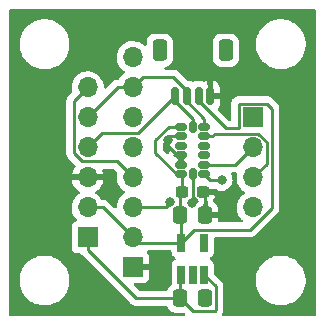
<source format=gbr>
%TF.GenerationSoftware,KiCad,Pcbnew,(6.0.5)*%
%TF.CreationDate,2022-10-07T13:32:43+01:00*%
%TF.ProjectId,IBBC_0001,49424243-5f30-4303-9031-2e6b69636164,rev?*%
%TF.SameCoordinates,Original*%
%TF.FileFunction,Copper,L1,Top*%
%TF.FilePolarity,Positive*%
%FSLAX46Y46*%
G04 Gerber Fmt 4.6, Leading zero omitted, Abs format (unit mm)*
G04 Created by KiCad (PCBNEW (6.0.5)) date 2022-10-07 13:32:43*
%MOMM*%
%LPD*%
G01*
G04 APERTURE LIST*
G04 Aperture macros list*
%AMRoundRect*
0 Rectangle with rounded corners*
0 $1 Rounding radius*
0 $2 $3 $4 $5 $6 $7 $8 $9 X,Y pos of 4 corners*
0 Add a 4 corners polygon primitive as box body*
4,1,4,$2,$3,$4,$5,$6,$7,$8,$9,$2,$3,0*
0 Add four circle primitives for the rounded corners*
1,1,$1+$1,$2,$3*
1,1,$1+$1,$4,$5*
1,1,$1+$1,$6,$7*
1,1,$1+$1,$8,$9*
0 Add four rect primitives between the rounded corners*
20,1,$1+$1,$2,$3,$4,$5,0*
20,1,$1+$1,$4,$5,$6,$7,0*
20,1,$1+$1,$6,$7,$8,$9,0*
20,1,$1+$1,$8,$9,$2,$3,0*%
G04 Aperture macros list end*
%TA.AperFunction,SMDPad,CuDef*%
%ADD10R,0.650000X1.560000*%
%TD*%
%TA.AperFunction,SMDPad,CuDef*%
%ADD11RoundRect,0.237500X-0.300000X-0.237500X0.300000X-0.237500X0.300000X0.237500X-0.300000X0.237500X0*%
%TD*%
%TA.AperFunction,SMDPad,CuDef*%
%ADD12RoundRect,0.250000X-0.337500X-0.475000X0.337500X-0.475000X0.337500X0.475000X-0.337500X0.475000X0*%
%TD*%
%TA.AperFunction,SMDPad,CuDef*%
%ADD13RoundRect,0.150000X0.150000X0.625000X-0.150000X0.625000X-0.150000X-0.625000X0.150000X-0.625000X0*%
%TD*%
%TA.AperFunction,SMDPad,CuDef*%
%ADD14RoundRect,0.250000X0.350000X0.650000X-0.350000X0.650000X-0.350000X-0.650000X0.350000X-0.650000X0*%
%TD*%
%TA.AperFunction,SMDPad,CuDef*%
%ADD15RoundRect,0.150000X-0.325000X-0.150000X0.325000X-0.150000X0.325000X0.150000X-0.325000X0.150000X0*%
%TD*%
%TA.AperFunction,SMDPad,CuDef*%
%ADD16RoundRect,0.150000X-0.150000X-0.325000X0.150000X-0.325000X0.150000X0.325000X-0.150000X0.325000X0*%
%TD*%
%TA.AperFunction,ComponentPad*%
%ADD17R,1.700000X1.700000*%
%TD*%
%TA.AperFunction,ComponentPad*%
%ADD18O,1.700000X1.700000*%
%TD*%
%TA.AperFunction,ViaPad*%
%ADD19C,0.800000*%
%TD*%
%TA.AperFunction,Conductor*%
%ADD20C,0.250000*%
%TD*%
G04 APERTURE END LIST*
D10*
%TO.P,U2,5,VOUT*%
%TO.N,3v3*%
X1590000Y-6810000D03*
%TO.P,U2,4,NC*%
%TO.N,unconnected-(U2-Pad4)*%
X3490000Y-6810000D03*
%TO.P,U2,3,EN*%
%TO.N,Vin*%
X3490000Y-9510000D03*
%TO.P,U2,2,GND*%
%TO.N,GND*%
X2540000Y-9510000D03*
%TO.P,U2,1,VIN*%
%TO.N,Vin*%
X1590000Y-9510000D03*
%TD*%
D11*
%TO.P,C3,1*%
%TO.N,3v3*%
X1677500Y-2500000D03*
%TO.P,C3,2*%
%TO.N,GND*%
X3402500Y-2500000D03*
%TD*%
D12*
%TO.P,C2,2*%
%TO.N,GND*%
X3577500Y-4500000D03*
%TO.P,C2,1*%
%TO.N,3v3*%
X1502500Y-4500000D03*
%TD*%
%TO.P,C1,1*%
%TO.N,Vin*%
X1502500Y-11500000D03*
%TO.P,C1,2*%
%TO.N,GND*%
X3577500Y-11500000D03*
%TD*%
D13*
%TO.P,J1,1,Pin_1*%
%TO.N,GND*%
X4040000Y5620000D03*
%TO.P,J1,2,Pin_2*%
%TO.N,3v3*%
X3040000Y5620000D03*
%TO.P,J1,3,Pin_3*%
%TO.N,SDA*%
X2040000Y5620000D03*
%TO.P,J1,4,Pin_4*%
%TO.N,SCL*%
X1040000Y5620000D03*
D14*
%TO.P,J1,MP*%
%TO.N,N/C*%
X-260000Y9495000D03*
X5340000Y9495000D03*
%TD*%
D15*
%TO.P,U1,1,Vdd_I/O*%
%TO.N,3v3*%
X1540000Y3000000D03*
%TO.P,U1,2,GND*%
%TO.N,GND*%
X1540000Y2200000D03*
%TO.P,U1,3,RES*%
%TO.N,unconnected-(U1-Pad3)*%
X1540000Y1400000D03*
%TO.P,U1,4,GND*%
%TO.N,GND*%
X1540000Y600000D03*
%TO.P,U1,5,GND*%
X1540000Y-200000D03*
%TO.P,U1,6,Vs*%
%TO.N,3v3*%
X1540000Y-1000000D03*
D16*
%TO.P,U1,7,~{CS}*%
%TO.N,CS*%
X2540000Y-1000000D03*
D15*
%TO.P,U1,8,INT1*%
%TO.N,INT1*%
X3540000Y-1000000D03*
%TO.P,U1,9,INT2*%
%TO.N,INT2*%
X3540000Y-200000D03*
%TO.P,U1,10,NC*%
%TO.N,unconnected-(U1-Pad10)*%
X3540000Y600000D03*
%TO.P,U1,11,RES*%
%TO.N,unconnected-(U1-Pad11)*%
X3540000Y1400000D03*
%TO.P,U1,12,SDO/ADDR*%
%TO.N,SDO*%
X3540000Y2200000D03*
%TO.P,U1,13,SDA/SDI/SDIO*%
%TO.N,SDA*%
X3540000Y3000000D03*
D16*
%TO.P,U1,14,SCL/SCLK*%
%TO.N,SCL*%
X2540000Y3000000D03*
%TD*%
D17*
%TO.P,J4,1,Pin_1*%
%TO.N,GND*%
X7620000Y3800000D03*
D18*
%TO.P,J4,2,Pin_2*%
%TO.N,INT2*%
X7620000Y1260000D03*
%TO.P,J4,3,Pin_3*%
%TO.N,SDO*%
X7620000Y-1280000D03*
%TO.P,J4,4,Pin_4*%
%TO.N,CS*%
X7620000Y-3820000D03*
%TD*%
D17*
%TO.P,J3,1,Pin_1*%
%TO.N,Vin*%
X-6350000Y-6350000D03*
D18*
%TO.P,J3,2,Pin_2*%
%TO.N,3v3*%
X-6350000Y-3810000D03*
%TO.P,J3,3,Pin_3*%
%TO.N,GND*%
X-6350000Y-1270000D03*
%TO.P,J3,4,Pin_4*%
%TO.N,SCL*%
X-6350000Y1270000D03*
%TO.P,J3,5,Pin_5*%
%TO.N,SDA*%
X-6350000Y3810000D03*
%TO.P,J3,6,Pin_6*%
%TO.N,INT1*%
X-6350000Y6350000D03*
%TD*%
D17*
%TO.P,J2,1,Pin_1*%
%TO.N,GND*%
X-2540000Y-8875000D03*
D18*
%TO.P,J2,2,Pin_2*%
%TO.N,3v3*%
X-2540000Y-6335000D03*
%TO.P,J2,3,Pin_3*%
%TO.N,CS*%
X-2540000Y-3795000D03*
%TO.P,J2,4,Pin_4*%
%TO.N,INT1*%
X-2540000Y-1255000D03*
%TO.P,J2,5,Pin_5*%
%TO.N,INT2*%
X-2540000Y1285000D03*
%TO.P,J2,6,Pin_6*%
%TO.N,SDO*%
X-2540000Y3825000D03*
%TO.P,J2,7,Pin_7*%
%TO.N,SDA*%
X-2540000Y6365000D03*
%TO.P,J2,8,Pin_8*%
%TO.N,SCL*%
X-2540000Y8905000D03*
%TD*%
D19*
%TO.N,GND*%
X4900000Y-3095500D03*
%TO.N,CS*%
X2446841Y-3430530D03*
X657920Y-3343442D03*
%TO.N,GND*%
X412299Y1887701D03*
%TO.N,INT1*%
X5000000Y-1500000D03*
%TD*%
D20*
%TO.N,GND*%
X4200000Y-2500000D02*
X4900000Y-3200000D01*
X4900000Y-3200000D02*
X4900000Y-3095500D01*
X3402500Y-2500000D02*
X4200000Y-2500000D01*
X1540000Y600000D02*
X1540000Y-200000D01*
X3577500Y-4500000D02*
X3577500Y-2675000D01*
X3577500Y-2675000D02*
X3402500Y-2500000D01*
%TO.N,CS*%
X2446841Y-3430530D02*
X2540000Y-3337371D01*
X2540000Y-2040000D02*
X2540000Y-1000000D01*
X2540000Y-2969816D02*
X2540000Y-2040000D01*
X2540000Y-3337371D02*
X2540000Y-2040000D01*
X700000Y-3400000D02*
X657920Y-3357920D01*
X305000Y-3795000D02*
X700000Y-3400000D01*
X-2540000Y-3795000D02*
X305000Y-3795000D01*
X657920Y-3357920D02*
X657920Y-3343442D01*
%TO.N,GND*%
X412299Y1381629D02*
X412299Y1887701D01*
X1193928Y600000D02*
X412299Y1381629D01*
X1540000Y600000D02*
X1193928Y600000D01*
X300000Y2000000D02*
X412299Y1887701D01*
X500000Y2200000D02*
X300000Y2000000D01*
X1540000Y2200000D02*
X500000Y2200000D01*
%TO.N,3v3*%
X500000Y3000000D02*
X1540000Y3000000D01*
X-624511Y818439D02*
X-624511Y1875489D01*
X-624511Y1875489D02*
X500000Y3000000D01*
X1193928Y-1000000D02*
X-624511Y818439D01*
X1540000Y-1000000D02*
X1193928Y-1000000D01*
%TO.N,GND*%
X1000000Y600000D02*
X1540000Y600000D01*
X1540000Y600000D02*
X1886072Y600000D01*
%TO.N,3v3*%
X2694511Y-5705489D02*
X1590000Y-6810000D01*
X7395521Y-5705489D02*
X2694511Y-5705489D01*
X9244031Y-3856979D02*
X7395521Y-5705489D01*
X9244031Y4524991D02*
X9244031Y-3856979D01*
X8794511Y4974511D02*
X9244031Y4524991D01*
X6445489Y4974511D02*
X8794511Y4974511D01*
X5329897Y2884031D02*
X6445489Y2884031D01*
X3040000Y5173928D02*
X5329897Y2884031D01*
X6445489Y2884031D02*
X6445489Y4974511D01*
X3040000Y5620000D02*
X3040000Y5173928D01*
%TO.N,CS*%
X2869704Y-3299520D02*
X2540000Y-2969816D01*
X7620000Y-3820000D02*
X7099520Y-3299520D01*
%TO.N,INT1*%
X5000000Y-1500000D02*
X4040000Y-1500000D01*
X4040000Y-1500000D02*
X3540000Y-1000000D01*
X-3890489Y95489D02*
X-2540000Y-1255000D01*
X-7524511Y783501D02*
X-6836499Y95489D01*
X-6836499Y95489D02*
X-3890489Y95489D01*
X-6350000Y6350000D02*
X-7524511Y5175489D01*
X-7524511Y5175489D02*
X-7524511Y783501D01*
%TO.N,SDO*%
X8106499Y2434511D02*
X4409991Y2434511D01*
X4409991Y2434511D02*
X4175480Y2200000D01*
X8794511Y1746499D02*
X8106499Y2434511D01*
X8794511Y-105489D02*
X8794511Y1746499D01*
X7620000Y-1280000D02*
X8794511Y-105489D01*
X4175480Y2200000D02*
X3540000Y2200000D01*
%TO.N,INT2*%
X6160000Y-200000D02*
X7620000Y1260000D01*
X3540000Y-200000D02*
X6160000Y-200000D01*
%TO.N,SCL*%
X-5120000Y2500000D02*
X-6350000Y1270000D01*
X-2080000Y2500000D02*
X-5120000Y2500000D01*
X1040000Y5620000D02*
X-2080000Y2500000D01*
%TO.N,SDA*%
X-3795000Y6365000D02*
X-6350000Y3810000D01*
X-2540000Y6365000D02*
X-3795000Y6365000D01*
X2040000Y6066072D02*
X891072Y7215000D01*
X2040000Y5620000D02*
X2040000Y6066072D01*
X891072Y7215000D02*
X-1690000Y7215000D01*
X-1690000Y7215000D02*
X-2540000Y6365000D01*
%TO.N,SCL*%
X1040000Y5173928D02*
X1040000Y5620000D01*
X2540000Y3673928D02*
X1040000Y5173928D01*
X2540000Y3000000D02*
X2540000Y3673928D01*
%TO.N,SDA*%
X2040000Y5173928D02*
X2040000Y5620000D01*
X3540000Y3000000D02*
X3540000Y3673928D01*
X3540000Y3673928D02*
X2040000Y5173928D01*
%TO.N,3v3*%
X1677500Y-1137500D02*
X1540000Y-1000000D01*
X1677500Y-2500000D02*
X1677500Y-1137500D01*
X1502500Y-2675000D02*
X1677500Y-2500000D01*
X1502500Y-4500000D02*
X1502500Y-2675000D01*
%TO.N,Vin*%
X4450480Y-12549520D02*
X2552020Y-12549520D01*
X4489520Y-12510480D02*
X4450480Y-12549520D01*
X4489520Y-10509520D02*
X4489520Y-12510480D01*
X2552020Y-12549520D02*
X1502500Y-11500000D01*
X3490000Y-9510000D02*
X4489520Y-10509520D01*
%TO.N,3v3*%
X1590000Y-4587500D02*
X1502500Y-4500000D01*
X1590000Y-6810000D02*
X1590000Y-4587500D01*
X-2540000Y-6335000D02*
X-5065000Y-3810000D01*
X-5065000Y-3810000D02*
X-6350000Y-3810000D01*
X-2065000Y-6810000D02*
X-2540000Y-6335000D01*
X1590000Y-6810000D02*
X-2065000Y-6810000D01*
%TO.N,Vin*%
X1502500Y-9597500D02*
X1590000Y-9510000D01*
X1502500Y-11500000D02*
X1502500Y-9597500D01*
X-2264022Y-11500000D02*
X1502500Y-11500000D01*
X-6350000Y-7414022D02*
X-2264022Y-11500000D01*
X-6350000Y-6350000D02*
X-6350000Y-7414022D01*
%TD*%
%TA.AperFunction,Conductor*%
%TO.N,GND*%
G36*
X12933621Y12971498D02*
G01*
X12980114Y12917842D01*
X12991500Y12865500D01*
X12991500Y-12865500D01*
X12971498Y-12933621D01*
X12917842Y-12980114D01*
X12865500Y-12991500D01*
X5163453Y-12991500D01*
X5095332Y-12971498D01*
X5048839Y-12917842D01*
X5038735Y-12847568D01*
X5047815Y-12815462D01*
X5056693Y-12794945D01*
X5061911Y-12784293D01*
X5083215Y-12745540D01*
X5088253Y-12725917D01*
X5094657Y-12707214D01*
X5099553Y-12695900D01*
X5099553Y-12695899D01*
X5102701Y-12688625D01*
X5103940Y-12680802D01*
X5103943Y-12680792D01*
X5109619Y-12644956D01*
X5112025Y-12633336D01*
X5121048Y-12598191D01*
X5121048Y-12598190D01*
X5123020Y-12590510D01*
X5123020Y-12570256D01*
X5124571Y-12550545D01*
X5126500Y-12538366D01*
X5127740Y-12530537D01*
X5123579Y-12486518D01*
X5123020Y-12474661D01*
X5123020Y-10588288D01*
X5123547Y-10577105D01*
X5125222Y-10569612D01*
X5123082Y-10501521D01*
X5123020Y-10497564D01*
X5123020Y-10469664D01*
X5122516Y-10465673D01*
X5121583Y-10453831D01*
X5121260Y-10443534D01*
X5120194Y-10409631D01*
X5117982Y-10402017D01*
X5117981Y-10402012D01*
X5114543Y-10390179D01*
X5110532Y-10370815D01*
X5108987Y-10358584D01*
X5107994Y-10350723D01*
X5105077Y-10343356D01*
X5105076Y-10343351D01*
X5091718Y-10309612D01*
X5087874Y-10298385D01*
X5077750Y-10263542D01*
X5075538Y-10255927D01*
X5065227Y-10238492D01*
X5056532Y-10220744D01*
X5049072Y-10201903D01*
X5023084Y-10166133D01*
X5016568Y-10156213D01*
X5002664Y-10132703D01*
X7890743Y-10132703D01*
X7891302Y-10136947D01*
X7891302Y-10136951D01*
X7899853Y-10201903D01*
X7928268Y-10417734D01*
X8004129Y-10695036D01*
X8005813Y-10698984D01*
X8078261Y-10868834D01*
X8116923Y-10959476D01*
X8264561Y-11206161D01*
X8444313Y-11430528D01*
X8652851Y-11628423D01*
X8886317Y-11796186D01*
X8890112Y-11798195D01*
X8890113Y-11798196D01*
X8911869Y-11809715D01*
X9140392Y-11930712D01*
X9210623Y-11956413D01*
X9375054Y-12016586D01*
X9410373Y-12029511D01*
X9691264Y-12090755D01*
X9719841Y-12093004D01*
X9914282Y-12108307D01*
X9914291Y-12108307D01*
X9916739Y-12108500D01*
X10072271Y-12108500D01*
X10074407Y-12108354D01*
X10074418Y-12108354D01*
X10282548Y-12094165D01*
X10282554Y-12094164D01*
X10286825Y-12093873D01*
X10291020Y-12093004D01*
X10291022Y-12093004D01*
X10500545Y-12049614D01*
X10568342Y-12035574D01*
X10839343Y-11939607D01*
X11094812Y-11807750D01*
X11098313Y-11805289D01*
X11098317Y-11805287D01*
X11212417Y-11725096D01*
X11330023Y-11642441D01*
X11540622Y-11446740D01*
X11722713Y-11224268D01*
X11872927Y-10979142D01*
X11922697Y-10865764D01*
X11986757Y-10719830D01*
X11988483Y-10715898D01*
X11992712Y-10701054D01*
X12066068Y-10443534D01*
X12067244Y-10439406D01*
X12107751Y-10154784D01*
X12107845Y-10136951D01*
X12109235Y-9871583D01*
X12109235Y-9871576D01*
X12109257Y-9867297D01*
X12106007Y-9842606D01*
X12072292Y-9586522D01*
X12071732Y-9582266D01*
X11995871Y-9304964D01*
X11921528Y-9130671D01*
X11884763Y-9044476D01*
X11884761Y-9044472D01*
X11883077Y-9040524D01*
X11735439Y-8793839D01*
X11555687Y-8569472D01*
X11388329Y-8410655D01*
X11350258Y-8374527D01*
X11350255Y-8374525D01*
X11347149Y-8371577D01*
X11138296Y-8221500D01*
X11117172Y-8206321D01*
X11117171Y-8206320D01*
X11113683Y-8203814D01*
X11091843Y-8192250D01*
X11047502Y-8168773D01*
X10859608Y-8069288D01*
X10616522Y-7980331D01*
X10593658Y-7971964D01*
X10593656Y-7971963D01*
X10589627Y-7970489D01*
X10308736Y-7909245D01*
X10277685Y-7906801D01*
X10085718Y-7891693D01*
X10085709Y-7891693D01*
X10083261Y-7891500D01*
X9927729Y-7891500D01*
X9925593Y-7891646D01*
X9925582Y-7891646D01*
X9717452Y-7905835D01*
X9717446Y-7905836D01*
X9713175Y-7906127D01*
X9708980Y-7906996D01*
X9708978Y-7906996D01*
X9572416Y-7935277D01*
X9431658Y-7964426D01*
X9160657Y-8060393D01*
X9156848Y-8062359D01*
X9034782Y-8125362D01*
X8905188Y-8192250D01*
X8901687Y-8194711D01*
X8901683Y-8194713D01*
X8795211Y-8269543D01*
X8669977Y-8357559D01*
X8459378Y-8553260D01*
X8277287Y-8775732D01*
X8127073Y-9020858D01*
X8125347Y-9024791D01*
X8125346Y-9024792D01*
X8071650Y-9147115D01*
X8011517Y-9284102D01*
X7932756Y-9560594D01*
X7929672Y-9582266D01*
X7894792Y-9827351D01*
X7892249Y-9845216D01*
X7892227Y-9849505D01*
X7892226Y-9849512D01*
X7890819Y-10118158D01*
X7890743Y-10132703D01*
X5002664Y-10132703D01*
X4998100Y-10124985D01*
X4998098Y-10124982D01*
X4994062Y-10118158D01*
X4979741Y-10103837D01*
X4966900Y-10088803D01*
X4959651Y-10078826D01*
X4954992Y-10072413D01*
X4948888Y-10067363D01*
X4948883Y-10067358D01*
X4920922Y-10044227D01*
X4912141Y-10036237D01*
X4360404Y-9484499D01*
X4326379Y-9422187D01*
X4323500Y-9395404D01*
X4323500Y-8681866D01*
X4316745Y-8619684D01*
X4265615Y-8483295D01*
X4178261Y-8366739D01*
X4061705Y-8279385D01*
X4053297Y-8276233D01*
X4045425Y-8271923D01*
X4046728Y-8269543D01*
X4001196Y-8235336D01*
X3976499Y-8168773D01*
X3991709Y-8099425D01*
X4041997Y-8049309D01*
X4049097Y-8046067D01*
X4053299Y-8043766D01*
X4061705Y-8040615D01*
X4178261Y-7953261D01*
X4265615Y-7836705D01*
X4316745Y-7700316D01*
X4323500Y-7638134D01*
X4323500Y-6464989D01*
X4343502Y-6396868D01*
X4397158Y-6350375D01*
X4449500Y-6338989D01*
X7316754Y-6338989D01*
X7327937Y-6339516D01*
X7335430Y-6341191D01*
X7343356Y-6340942D01*
X7343357Y-6340942D01*
X7403507Y-6339051D01*
X7407466Y-6338989D01*
X7435377Y-6338989D01*
X7439312Y-6338492D01*
X7439377Y-6338484D01*
X7451214Y-6337551D01*
X7483472Y-6336537D01*
X7487491Y-6336411D01*
X7495410Y-6336162D01*
X7514864Y-6330510D01*
X7534221Y-6326502D01*
X7546451Y-6324957D01*
X7546452Y-6324957D01*
X7554318Y-6323963D01*
X7561689Y-6321044D01*
X7561691Y-6321044D01*
X7595433Y-6307685D01*
X7606663Y-6303840D01*
X7641504Y-6293718D01*
X7641505Y-6293718D01*
X7649114Y-6291507D01*
X7655933Y-6287474D01*
X7655938Y-6287472D01*
X7666549Y-6281196D01*
X7684297Y-6272501D01*
X7703138Y-6265041D01*
X7738908Y-6239053D01*
X7748828Y-6232537D01*
X7780056Y-6214069D01*
X7780059Y-6214067D01*
X7786883Y-6210031D01*
X7801204Y-6195710D01*
X7816238Y-6182869D01*
X7826215Y-6175620D01*
X7832628Y-6170961D01*
X7860819Y-6136884D01*
X7868809Y-6128105D01*
X9636284Y-4360631D01*
X9644570Y-4353091D01*
X9651049Y-4348979D01*
X9697678Y-4299324D01*
X9700429Y-4296486D01*
X9720166Y-4276749D01*
X9722646Y-4273552D01*
X9730351Y-4264530D01*
X9749321Y-4244329D01*
X9760617Y-4232300D01*
X9764436Y-4225354D01*
X9764438Y-4225351D01*
X9770379Y-4214545D01*
X9781230Y-4198026D01*
X9788789Y-4188280D01*
X9793645Y-4182020D01*
X9796790Y-4174751D01*
X9796793Y-4174747D01*
X9811205Y-4141442D01*
X9816422Y-4130792D01*
X9837726Y-4092039D01*
X9842764Y-4072416D01*
X9849168Y-4053713D01*
X9854064Y-4042399D01*
X9854064Y-4042398D01*
X9857212Y-4035124D01*
X9858451Y-4027301D01*
X9858454Y-4027291D01*
X9864130Y-3991455D01*
X9866536Y-3979835D01*
X9875559Y-3944690D01*
X9875559Y-3944689D01*
X9877531Y-3937009D01*
X9877531Y-3916755D01*
X9879082Y-3897044D01*
X9881011Y-3884865D01*
X9882251Y-3877036D01*
X9878090Y-3833017D01*
X9877531Y-3821160D01*
X9877531Y4446224D01*
X9878058Y4457407D01*
X9879733Y4464900D01*
X9879463Y4473508D01*
X9877593Y4532977D01*
X9877531Y4536936D01*
X9877531Y4564847D01*
X9877026Y4568847D01*
X9876093Y4580690D01*
X9874953Y4616962D01*
X9874704Y4624881D01*
X9869053Y4644333D01*
X9865045Y4663685D01*
X9863498Y4675928D01*
X9862505Y4683788D01*
X9859587Y4691159D01*
X9846231Y4724894D01*
X9842386Y4736121D01*
X9841488Y4739210D01*
X9830049Y4778584D01*
X9826015Y4785406D01*
X9826012Y4785412D01*
X9819737Y4796023D01*
X9811041Y4813773D01*
X9806503Y4825235D01*
X9806500Y4825240D01*
X9803583Y4832608D01*
X9777604Y4868366D01*
X9771088Y4878284D01*
X9752606Y4909534D01*
X9748573Y4916354D01*
X9734249Y4930678D01*
X9721407Y4945713D01*
X9714949Y4954602D01*
X9709503Y4962098D01*
X9675437Y4990280D01*
X9666658Y4998269D01*
X9298163Y5366764D01*
X9290623Y5375050D01*
X9286511Y5381529D01*
X9236859Y5428155D01*
X9234018Y5430909D01*
X9214281Y5450646D01*
X9211084Y5453126D01*
X9202062Y5460831D01*
X9169832Y5491097D01*
X9162886Y5494916D01*
X9162883Y5494918D01*
X9152077Y5500859D01*
X9135558Y5511710D01*
X9129336Y5516536D01*
X9119552Y5524125D01*
X9112283Y5527270D01*
X9112279Y5527273D01*
X9078974Y5541685D01*
X9068324Y5546902D01*
X9029571Y5568206D01*
X9009948Y5573244D01*
X8991245Y5579648D01*
X8979931Y5584544D01*
X8979930Y5584544D01*
X8972656Y5587692D01*
X8964833Y5588931D01*
X8964823Y5588934D01*
X8928987Y5594610D01*
X8917367Y5597016D01*
X8882222Y5606039D01*
X8882221Y5606039D01*
X8874541Y5608011D01*
X8854287Y5608011D01*
X8834576Y5609562D01*
X8830277Y5610243D01*
X8814568Y5612731D01*
X8788862Y5610301D01*
X8770550Y5608570D01*
X8758692Y5608011D01*
X6517282Y5608011D01*
X6493673Y5610243D01*
X6493370Y5610301D01*
X6493366Y5610301D01*
X6485583Y5611786D01*
X6429538Y5608260D01*
X6421627Y5608011D01*
X6405633Y5608011D01*
X6389759Y5606005D01*
X6381899Y5605263D01*
X6354440Y5603535D01*
X6333752Y5602234D01*
X6333751Y5602234D01*
X6325839Y5601736D01*
X6318298Y5599286D01*
X6318002Y5599190D01*
X6294858Y5594017D01*
X6294554Y5593979D01*
X6294549Y5593978D01*
X6286692Y5592985D01*
X6279327Y5590069D01*
X6279323Y5590068D01*
X6234478Y5572312D01*
X6227059Y5569640D01*
X6173614Y5552275D01*
X6166918Y5548025D01*
X6166917Y5548025D01*
X6166658Y5547861D01*
X6145531Y5537096D01*
X6145243Y5536982D01*
X6145238Y5536979D01*
X6137872Y5534063D01*
X6131464Y5529407D01*
X6131458Y5529404D01*
X6092437Y5501053D01*
X6085900Y5496610D01*
X6038471Y5466511D01*
X6033045Y5460733D01*
X6033044Y5460732D01*
X6032830Y5460504D01*
X6015043Y5444823D01*
X6014798Y5444645D01*
X6014796Y5444643D01*
X6008382Y5439983D01*
X6003328Y5433874D01*
X6003327Y5433873D01*
X5972586Y5396715D01*
X5967355Y5390781D01*
X5934331Y5355613D01*
X5934329Y5355610D01*
X5928903Y5349832D01*
X5924934Y5342612D01*
X5911608Y5323005D01*
X5911409Y5322765D01*
X5911405Y5322758D01*
X5906356Y5316655D01*
X5902982Y5309484D01*
X5882442Y5265835D01*
X5878860Y5258803D01*
X5851794Y5209571D01*
X5849824Y5201896D01*
X5849821Y5201890D01*
X5849745Y5201592D01*
X5841713Y5179283D01*
X5841583Y5179008D01*
X5841580Y5179000D01*
X5838206Y5171829D01*
X5832072Y5139670D01*
X5827684Y5116668D01*
X5825960Y5108953D01*
X5811989Y5054541D01*
X5811989Y5046304D01*
X5809757Y5022695D01*
X5808214Y5014605D01*
X5811467Y4962896D01*
X5811740Y4958560D01*
X5811989Y4950649D01*
X5811989Y3643531D01*
X5791987Y3575410D01*
X5738331Y3528917D01*
X5685989Y3517531D01*
X5644492Y3517531D01*
X5576371Y3537533D01*
X5555397Y3554436D01*
X4706788Y4403045D01*
X4672762Y4465357D01*
X4677827Y4536172D01*
X4703753Y4576512D01*
X4703593Y4576636D01*
X4704988Y4578435D01*
X4706788Y4581235D01*
X4708449Y4582896D01*
X4718089Y4595322D01*
X4794648Y4724779D01*
X4800893Y4739210D01*
X4843269Y4885065D01*
X4845570Y4897667D01*
X4847807Y4926084D01*
X4848000Y4931014D01*
X4848000Y5347885D01*
X4843525Y5363124D01*
X4842135Y5364329D01*
X4834452Y5366000D01*
X3974500Y5366000D01*
X3906379Y5386002D01*
X3859886Y5439658D01*
X3848500Y5492000D01*
X3848500Y5892115D01*
X4294000Y5892115D01*
X4298475Y5876876D01*
X4299865Y5875671D01*
X4307548Y5874000D01*
X4829884Y5874000D01*
X4845123Y5878475D01*
X4846328Y5879865D01*
X4847999Y5887548D01*
X4847999Y6308984D01*
X4847805Y6313920D01*
X4845570Y6342336D01*
X4843270Y6354931D01*
X4800893Y6500790D01*
X4794648Y6515221D01*
X4718089Y6644678D01*
X4708449Y6657104D01*
X4602104Y6763449D01*
X4589678Y6773089D01*
X4460221Y6849648D01*
X4445790Y6855893D01*
X4311395Y6894939D01*
X4297294Y6894899D01*
X4294000Y6887630D01*
X4294000Y5892115D01*
X3848500Y5892115D01*
X3848500Y6311502D01*
X3848307Y6313958D01*
X3846067Y6342421D01*
X3846066Y6342426D01*
X3845562Y6348831D01*
X3817571Y6445177D01*
X3801357Y6500989D01*
X3801355Y6500993D01*
X3799145Y6508601D01*
X3796115Y6513725D01*
X3786000Y6562570D01*
X3786000Y6881878D01*
X3782027Y6895409D01*
X3774129Y6896544D01*
X3634210Y6855893D01*
X3619779Y6849648D01*
X3604630Y6840689D01*
X3535814Y6823230D01*
X3476352Y6840690D01*
X3453601Y6854145D01*
X3445990Y6856356D01*
X3445988Y6856357D01*
X3358142Y6881878D01*
X3293831Y6900562D01*
X3287426Y6901066D01*
X3287421Y6901067D01*
X3258958Y6903307D01*
X3258950Y6903307D01*
X3256502Y6903500D01*
X2823498Y6903500D01*
X2821050Y6903307D01*
X2821042Y6903307D01*
X2792579Y6901067D01*
X2792574Y6901066D01*
X2786169Y6900562D01*
X2721858Y6881878D01*
X2634012Y6856357D01*
X2634010Y6856356D01*
X2626399Y6854145D01*
X2619576Y6850110D01*
X2619574Y6850109D01*
X2604137Y6840980D01*
X2535321Y6823522D01*
X2475863Y6840980D01*
X2460426Y6850109D01*
X2460424Y6850110D01*
X2453601Y6854145D01*
X2445990Y6856356D01*
X2445988Y6856357D01*
X2358142Y6881878D01*
X2293831Y6900562D01*
X2287426Y6901066D01*
X2287421Y6901067D01*
X2258958Y6903307D01*
X2258950Y6903307D01*
X2256502Y6903500D01*
X2150667Y6903500D01*
X2082546Y6923502D01*
X2061571Y6940405D01*
X1394719Y7607258D01*
X1387185Y7615537D01*
X1383072Y7622018D01*
X1333420Y7668644D01*
X1330579Y7671398D01*
X1310842Y7691135D01*
X1307645Y7693615D01*
X1298623Y7701320D01*
X1292462Y7707106D01*
X1266393Y7731586D01*
X1259447Y7735405D01*
X1259444Y7735407D01*
X1248638Y7741348D01*
X1232119Y7752199D01*
X1231655Y7752559D01*
X1216113Y7764614D01*
X1208844Y7767759D01*
X1208840Y7767762D01*
X1175535Y7782174D01*
X1164885Y7787391D01*
X1126132Y7808695D01*
X1106509Y7813733D01*
X1087806Y7820137D01*
X1076492Y7825033D01*
X1076491Y7825033D01*
X1069217Y7828181D01*
X1061394Y7829420D01*
X1061384Y7829423D01*
X1025548Y7835099D01*
X1013928Y7837505D01*
X978783Y7846528D01*
X978782Y7846528D01*
X971102Y7848500D01*
X950848Y7848500D01*
X931137Y7850051D01*
X918958Y7851980D01*
X911129Y7853220D01*
X903237Y7852474D01*
X867111Y7849059D01*
X855253Y7848500D01*
X270066Y7848500D01*
X201945Y7868502D01*
X155452Y7922158D01*
X145348Y7992432D01*
X174842Y8057012D01*
X234568Y8095396D01*
X240373Y8096873D01*
X246166Y8097474D01*
X413946Y8153450D01*
X564348Y8246522D01*
X689305Y8371697D01*
X766766Y8497361D01*
X778275Y8516032D01*
X778276Y8516034D01*
X782115Y8522262D01*
X837797Y8690139D01*
X840374Y8715285D01*
X848172Y8791402D01*
X848500Y8794600D01*
X4231500Y8794600D01*
X4231837Y8791354D01*
X4231837Y8791350D01*
X4240254Y8710233D01*
X4242474Y8688834D01*
X4298450Y8521054D01*
X4391522Y8370652D01*
X4516697Y8245695D01*
X4522927Y8241855D01*
X4522928Y8241854D01*
X4660090Y8157306D01*
X4667262Y8152885D01*
X4747005Y8126436D01*
X4828611Y8099368D01*
X4828613Y8099368D01*
X4835139Y8097203D01*
X4841975Y8096503D01*
X4841978Y8096502D01*
X4885031Y8092091D01*
X4939600Y8086500D01*
X5740400Y8086500D01*
X5743646Y8086837D01*
X5743650Y8086837D01*
X5839308Y8096762D01*
X5839312Y8096763D01*
X5846166Y8097474D01*
X5852702Y8099655D01*
X5852704Y8099655D01*
X5984806Y8143728D01*
X6013946Y8153450D01*
X6164348Y8246522D01*
X6289305Y8371697D01*
X6366766Y8497361D01*
X6378275Y8516032D01*
X6378276Y8516034D01*
X6382115Y8522262D01*
X6437797Y8690139D01*
X6440374Y8715285D01*
X6448172Y8791402D01*
X6448500Y8794600D01*
X6448500Y9867297D01*
X7890743Y9867297D01*
X7928268Y9582266D01*
X8004129Y9304964D01*
X8005813Y9301016D01*
X8067970Y9155293D01*
X8116923Y9040524D01*
X8264561Y8793839D01*
X8444313Y8569472D01*
X8494062Y8522262D01*
X8647263Y8376880D01*
X8652851Y8371577D01*
X8886317Y8203814D01*
X8890112Y8201805D01*
X8890113Y8201804D01*
X8911869Y8190285D01*
X9140392Y8069288D01*
X9410373Y7970489D01*
X9691264Y7909245D01*
X9719841Y7906996D01*
X9914282Y7891693D01*
X9914291Y7891693D01*
X9916739Y7891500D01*
X10072271Y7891500D01*
X10074407Y7891646D01*
X10074418Y7891646D01*
X10282548Y7905835D01*
X10282554Y7905836D01*
X10286825Y7906127D01*
X10291020Y7906996D01*
X10291022Y7906996D01*
X10427584Y7935277D01*
X10568342Y7964426D01*
X10839343Y8060393D01*
X11015147Y8151132D01*
X11091005Y8190285D01*
X11091006Y8190285D01*
X11094812Y8192250D01*
X11098313Y8194711D01*
X11098317Y8194713D01*
X11300793Y8337016D01*
X11330023Y8357559D01*
X11500560Y8516032D01*
X11537479Y8550339D01*
X11537481Y8550342D01*
X11540622Y8553260D01*
X11722713Y8775732D01*
X11872927Y9020858D01*
X11988483Y9284102D01*
X12067244Y9560594D01*
X12107751Y9845216D01*
X12107845Y9863049D01*
X12109235Y10128417D01*
X12109235Y10128424D01*
X12109257Y10132703D01*
X12107525Y10145863D01*
X12072292Y10413478D01*
X12071732Y10417734D01*
X12058053Y10467738D01*
X12018567Y10612072D01*
X11995871Y10695036D01*
X11977419Y10738296D01*
X11884763Y10955524D01*
X11884761Y10955528D01*
X11883077Y10959476D01*
X11735439Y11206161D01*
X11555687Y11430528D01*
X11347149Y11628423D01*
X11113683Y11796186D01*
X11091843Y11807750D01*
X11068654Y11820028D01*
X10859608Y11930712D01*
X10589627Y12029511D01*
X10308736Y12090755D01*
X10277685Y12093199D01*
X10085718Y12108307D01*
X10085709Y12108307D01*
X10083261Y12108500D01*
X9927729Y12108500D01*
X9925593Y12108354D01*
X9925582Y12108354D01*
X9717452Y12094165D01*
X9717446Y12094164D01*
X9713175Y12093873D01*
X9708980Y12093004D01*
X9708978Y12093004D01*
X9572416Y12064723D01*
X9431658Y12035574D01*
X9160657Y11939607D01*
X8905188Y11807750D01*
X8901687Y11805289D01*
X8901683Y11805287D01*
X8891594Y11798196D01*
X8669977Y11642441D01*
X8459378Y11446740D01*
X8277287Y11224268D01*
X8127073Y10979142D01*
X8125347Y10975209D01*
X8125346Y10975208D01*
X8063042Y10833275D01*
X8011517Y10715898D01*
X8010342Y10711771D01*
X8010341Y10711770D01*
X7985192Y10623483D01*
X7932756Y10439406D01*
X7913825Y10306389D01*
X7898485Y10198598D01*
X7892249Y10154784D01*
X7892227Y10150495D01*
X7892226Y10150488D01*
X7890794Y9877073D01*
X7890743Y9867297D01*
X6448500Y9867297D01*
X6448500Y10195400D01*
X6445823Y10221205D01*
X6438238Y10294308D01*
X6438237Y10294312D01*
X6437526Y10301166D01*
X6381550Y10468946D01*
X6288478Y10619348D01*
X6163303Y10744305D01*
X6157072Y10748146D01*
X6018968Y10833275D01*
X6018966Y10833276D01*
X6012738Y10837115D01*
X5852254Y10890345D01*
X5851389Y10890632D01*
X5851387Y10890632D01*
X5844861Y10892797D01*
X5838025Y10893497D01*
X5838022Y10893498D01*
X5794969Y10897909D01*
X5740400Y10903500D01*
X4939600Y10903500D01*
X4936354Y10903163D01*
X4936350Y10903163D01*
X4840692Y10893238D01*
X4840688Y10893237D01*
X4833834Y10892526D01*
X4827298Y10890345D01*
X4827296Y10890345D01*
X4695194Y10846272D01*
X4666054Y10836550D01*
X4515652Y10743478D01*
X4390695Y10618303D01*
X4297885Y10467738D01*
X4242203Y10299861D01*
X4231500Y10195400D01*
X4231500Y8794600D01*
X848500Y8794600D01*
X848500Y10195400D01*
X845823Y10221205D01*
X838238Y10294308D01*
X838237Y10294312D01*
X837526Y10301166D01*
X781550Y10468946D01*
X688478Y10619348D01*
X563303Y10744305D01*
X557072Y10748146D01*
X418968Y10833275D01*
X418966Y10833276D01*
X412738Y10837115D01*
X252254Y10890345D01*
X251389Y10890632D01*
X251387Y10890632D01*
X244861Y10892797D01*
X238025Y10893497D01*
X238022Y10893498D01*
X194969Y10897909D01*
X140400Y10903500D01*
X-660400Y10903500D01*
X-663646Y10903163D01*
X-663650Y10903163D01*
X-759308Y10893238D01*
X-759312Y10893237D01*
X-766166Y10892526D01*
X-772702Y10890345D01*
X-772704Y10890345D01*
X-904806Y10846272D01*
X-933946Y10836550D01*
X-1084348Y10743478D01*
X-1209305Y10618303D01*
X-1302115Y10467738D01*
X-1357797Y10299861D01*
X-1368500Y10195400D01*
X-1368500Y9961872D01*
X-1388502Y9893751D01*
X-1442158Y9847258D01*
X-1512432Y9837154D01*
X-1577012Y9866648D01*
X-1587694Y9877073D01*
X-1606849Y9898125D01*
X-1606858Y9898134D01*
X-1610330Y9901949D01*
X-1614381Y9905148D01*
X-1614385Y9905152D01*
X-1781586Y10037200D01*
X-1781590Y10037202D01*
X-1785641Y10040402D01*
X-1981211Y10148362D01*
X-1986080Y10150086D01*
X-1986084Y10150088D01*
X-2186913Y10221205D01*
X-2186917Y10221206D01*
X-2191788Y10222931D01*
X-2196881Y10223838D01*
X-2196884Y10223839D01*
X-2406627Y10261200D01*
X-2406633Y10261201D01*
X-2411716Y10262106D01*
X-2485548Y10263008D01*
X-2629919Y10264772D01*
X-2629921Y10264772D01*
X-2635089Y10264835D01*
X-2855909Y10231045D01*
X-3068244Y10161643D01*
X-3266393Y10058493D01*
X-3270526Y10055390D01*
X-3270529Y10055388D01*
X-3440900Y9927470D01*
X-3445035Y9924365D01*
X-3599371Y9762862D01*
X-3725257Y9578320D01*
X-3819312Y9375695D01*
X-3879011Y9160430D01*
X-3902749Y8938305D01*
X-3902452Y8933152D01*
X-3902452Y8933149D01*
X-3894649Y8797817D01*
X-3889890Y8715285D01*
X-3888753Y8710239D01*
X-3888752Y8710233D01*
X-3884223Y8690139D01*
X-3840778Y8497361D01*
X-3756734Y8290384D01*
X-3733031Y8251704D01*
X-3695393Y8190285D01*
X-3640013Y8099912D01*
X-3493750Y7931062D01*
X-3321874Y7788368D01*
X-3259978Y7752199D01*
X-3248555Y7745524D01*
X-3199831Y7693886D01*
X-3186760Y7624103D01*
X-3213491Y7558331D01*
X-3253945Y7524973D01*
X-3266393Y7518493D01*
X-3270526Y7515390D01*
X-3270529Y7515388D01*
X-3314731Y7482200D01*
X-3445035Y7384365D01*
X-3599371Y7222862D01*
X-3602285Y7218590D01*
X-3602286Y7218589D01*
X-3714905Y7053496D01*
X-3769816Y7008493D01*
X-3818993Y6998500D01*
X-3834856Y6998500D01*
X-3838846Y6997996D01*
X-3850680Y6997064D01*
X-3894889Y6995674D01*
X-3902505Y6993461D01*
X-3902507Y6993461D01*
X-3914348Y6990021D01*
X-3933707Y6986012D01*
X-3935017Y6985846D01*
X-3953797Y6983474D01*
X-3961163Y6980558D01*
X-3961169Y6980556D01*
X-3994902Y6967200D01*
X-4006132Y6963355D01*
X-4040983Y6953230D01*
X-4048593Y6951019D01*
X-4055416Y6946984D01*
X-4066034Y6940705D01*
X-4083787Y6932008D01*
X-4091432Y6928981D01*
X-4102617Y6924552D01*
X-4109032Y6919891D01*
X-4138388Y6898563D01*
X-4148305Y6892049D01*
X-4186362Y6869542D01*
X-4200683Y6855221D01*
X-4215716Y6842381D01*
X-4232107Y6830472D01*
X-4238098Y6823230D01*
X-4260298Y6796395D01*
X-4268288Y6787616D01*
X-4773123Y6282781D01*
X-4835435Y6248755D01*
X-4906250Y6253820D01*
X-4963086Y6296367D01*
X-4987794Y6361552D01*
X-4988353Y6368356D01*
X-5005148Y6572639D01*
X-5059569Y6789298D01*
X-5148646Y6994160D01*
X-5269986Y7181723D01*
X-5420330Y7346949D01*
X-5424381Y7350148D01*
X-5424385Y7350152D01*
X-5591586Y7482200D01*
X-5591590Y7482202D01*
X-5595641Y7485402D01*
X-5791211Y7593362D01*
X-5796080Y7595086D01*
X-5796084Y7595088D01*
X-5996913Y7666205D01*
X-5996917Y7666206D01*
X-6001788Y7667931D01*
X-6006881Y7668838D01*
X-6006884Y7668839D01*
X-6216627Y7706200D01*
X-6216633Y7706201D01*
X-6221716Y7707106D01*
X-6295548Y7708008D01*
X-6439919Y7709772D01*
X-6439921Y7709772D01*
X-6445089Y7709835D01*
X-6665909Y7676045D01*
X-6878244Y7606643D01*
X-6908557Y7590863D01*
X-7035130Y7524973D01*
X-7076393Y7503493D01*
X-7080526Y7500390D01*
X-7080529Y7500388D01*
X-7250900Y7372470D01*
X-7255035Y7369365D01*
X-7258607Y7365627D01*
X-7391465Y7226599D01*
X-7409371Y7207862D01*
X-7535257Y7023320D01*
X-7568818Y6951019D01*
X-7616541Y6848207D01*
X-7629312Y6820695D01*
X-7689011Y6605430D01*
X-7712749Y6383305D01*
X-7712452Y6378152D01*
X-7712452Y6378149D01*
X-7708609Y6311502D01*
X-7699890Y6160285D01*
X-7698753Y6155239D01*
X-7698752Y6155233D01*
X-7666547Y6012332D01*
X-7671083Y5941480D01*
X-7700369Y5895536D01*
X-7916764Y5679141D01*
X-7925050Y5671601D01*
X-7931529Y5667489D01*
X-7936954Y5661712D01*
X-7978154Y5617838D01*
X-7980909Y5614996D01*
X-8000646Y5595259D01*
X-8003126Y5592062D01*
X-8010829Y5583042D01*
X-8041097Y5550810D01*
X-8044916Y5543864D01*
X-8044918Y5543861D01*
X-8050859Y5533055D01*
X-8061710Y5516536D01*
X-8074125Y5500530D01*
X-8077270Y5493261D01*
X-8077273Y5493257D01*
X-8091685Y5459952D01*
X-8096902Y5449302D01*
X-8118206Y5410549D01*
X-8120177Y5402874D01*
X-8120177Y5402873D01*
X-8123244Y5390927D01*
X-8129648Y5372223D01*
X-8137692Y5353634D01*
X-8138931Y5345811D01*
X-8138934Y5345801D01*
X-8144610Y5309965D01*
X-8147016Y5298345D01*
X-8158011Y5255519D01*
X-8158011Y5235265D01*
X-8159562Y5215555D01*
X-8162731Y5195546D01*
X-8161985Y5187654D01*
X-8158570Y5151528D01*
X-8158011Y5139670D01*
X-8158011Y862268D01*
X-8158538Y851085D01*
X-8160213Y843592D01*
X-8159964Y835666D01*
X-8159964Y835665D01*
X-8158073Y775515D01*
X-8158011Y771556D01*
X-8158011Y743645D01*
X-8157514Y739711D01*
X-8157514Y739710D01*
X-8157506Y739645D01*
X-8156573Y727808D01*
X-8155184Y683612D01*
X-8149533Y664162D01*
X-8145524Y644801D01*
X-8145025Y640855D01*
X-8142985Y624704D01*
X-8140066Y617333D01*
X-8140066Y617331D01*
X-8126707Y583589D01*
X-8122862Y572359D01*
X-8112952Y538247D01*
X-8110529Y529908D01*
X-8106496Y523089D01*
X-8106494Y523084D01*
X-8100218Y512473D01*
X-8091523Y494725D01*
X-8084063Y475884D01*
X-8079401Y469468D01*
X-8079401Y469467D01*
X-8058075Y440114D01*
X-8051559Y430194D01*
X-8029053Y392139D01*
X-8014732Y377818D01*
X-8001892Y362785D01*
X-7989983Y346394D01*
X-7958098Y320017D01*
X-7955918Y318213D01*
X-7947137Y310223D01*
X-7405911Y-231004D01*
X-7371886Y-293316D01*
X-7376951Y-364132D01*
X-7402299Y-404577D01*
X-7402153Y-404695D01*
X-7403124Y-405894D01*
X-7403908Y-407145D01*
X-7405408Y-408715D01*
X-7411896Y-416727D01*
X-7531902Y-592649D01*
X-7537000Y-601623D01*
X-7626662Y-794783D01*
X-7630225Y-804470D01*
X-7685611Y-1004183D01*
X-7684088Y-1012607D01*
X-7671708Y-1016000D01*
X-5031656Y-1016000D01*
X-5018125Y-1012027D01*
X-5016820Y-1002947D01*
X-5058786Y-835875D01*
X-5062106Y-826124D01*
X-5110748Y-714253D01*
X-5119567Y-643806D01*
X-5088901Y-579775D01*
X-5028484Y-542487D01*
X-4995198Y-538011D01*
X-4205083Y-538011D01*
X-4136962Y-558013D01*
X-4115988Y-574916D01*
X-3890222Y-800682D01*
X-3856196Y-862994D01*
X-3857900Y-923448D01*
X-3879011Y-999570D01*
X-3879559Y-1004700D01*
X-3879560Y-1004704D01*
X-3883067Y-1037522D01*
X-3902749Y-1221695D01*
X-3902452Y-1226848D01*
X-3902452Y-1226851D01*
X-3896989Y-1321590D01*
X-3889890Y-1444715D01*
X-3888753Y-1449761D01*
X-3888752Y-1449767D01*
X-3872022Y-1524000D01*
X-3840778Y-1662639D01*
X-3756734Y-1869616D01*
X-3754035Y-1874020D01*
X-3646431Y-2049614D01*
X-3640013Y-2060088D01*
X-3493750Y-2228938D01*
X-3382652Y-2321173D01*
X-3328526Y-2366109D01*
X-3321874Y-2371632D01*
X-3292441Y-2388831D01*
X-3248555Y-2414476D01*
X-3199831Y-2466114D01*
X-3186760Y-2535897D01*
X-3213491Y-2601669D01*
X-3253945Y-2635027D01*
X-3266393Y-2641507D01*
X-3270526Y-2644610D01*
X-3270529Y-2644612D01*
X-3440347Y-2772115D01*
X-3445035Y-2775635D01*
X-3599371Y-2937138D01*
X-3602285Y-2941410D01*
X-3602286Y-2941411D01*
X-3624828Y-2974457D01*
X-3725257Y-3121680D01*
X-3750703Y-3176500D01*
X-3808335Y-3300658D01*
X-3819312Y-3324305D01*
X-3879011Y-3539570D01*
X-3902749Y-3761695D01*
X-3902452Y-3766853D01*
X-3902578Y-3772024D01*
X-3904086Y-3771987D01*
X-3918589Y-3834482D01*
X-3969480Y-3883986D01*
X-4039056Y-3898117D01*
X-4105227Y-3872389D01*
X-4117426Y-3861669D01*
X-4561348Y-3417747D01*
X-4568888Y-3409461D01*
X-4573000Y-3402982D01*
X-4590253Y-3386780D01*
X-4622651Y-3356357D01*
X-4625493Y-3353602D01*
X-4645230Y-3333865D01*
X-4648427Y-3331385D01*
X-4657449Y-3323680D01*
X-4683900Y-3298841D01*
X-4689679Y-3293414D01*
X-4696625Y-3289595D01*
X-4696628Y-3289593D01*
X-4707434Y-3283652D01*
X-4723953Y-3272801D01*
X-4724417Y-3272441D01*
X-4739959Y-3260386D01*
X-4747228Y-3257241D01*
X-4747232Y-3257238D01*
X-4780537Y-3242826D01*
X-4791187Y-3237609D01*
X-4829940Y-3216305D01*
X-4849563Y-3211267D01*
X-4868266Y-3204863D01*
X-4879580Y-3199967D01*
X-4879581Y-3199967D01*
X-4886855Y-3196819D01*
X-4894678Y-3195580D01*
X-4894688Y-3195577D01*
X-4930524Y-3189901D01*
X-4942144Y-3187495D01*
X-4977289Y-3178472D01*
X-4977290Y-3178472D01*
X-4984970Y-3176500D01*
X-5005224Y-3176500D01*
X-5024935Y-3174949D01*
X-5037114Y-3173020D01*
X-5044943Y-3171780D01*
X-5052835Y-3172526D01*
X-5052837Y-3172526D01*
X-5062931Y-3173480D01*
X-5132631Y-3159977D01*
X-5180579Y-3116479D01*
X-5267178Y-2982617D01*
X-5267180Y-2982614D01*
X-5269986Y-2978277D01*
X-5420330Y-2813051D01*
X-5424381Y-2809852D01*
X-5424385Y-2809848D01*
X-5591586Y-2677800D01*
X-5591590Y-2677798D01*
X-5595641Y-2674598D01*
X-5604899Y-2669487D01*
X-5620830Y-2660693D01*
X-5637431Y-2651529D01*
X-5687402Y-2601097D01*
X-5702174Y-2531654D01*
X-5677058Y-2465248D01*
X-5649706Y-2438641D01*
X-5474672Y-2313792D01*
X-5466800Y-2307139D01*
X-5315948Y-2156812D01*
X-5309270Y-2148965D01*
X-5184997Y-1976020D01*
X-5179687Y-1967183D01*
X-5085330Y-1776267D01*
X-5081531Y-1766672D01*
X-5019623Y-1562910D01*
X-5017445Y-1552837D01*
X-5016014Y-1541962D01*
X-5018225Y-1527778D01*
X-5031383Y-1524000D01*
X-7666775Y-1524000D01*
X-7680306Y-1527973D01*
X-7681743Y-1537966D01*
X-7651435Y-1672446D01*
X-7648355Y-1682275D01*
X-7568230Y-1879603D01*
X-7563587Y-1888794D01*
X-7452306Y-2070388D01*
X-7446223Y-2078699D01*
X-7306787Y-2239667D01*
X-7299420Y-2246883D01*
X-7135566Y-2382916D01*
X-7127119Y-2388831D01*
X-7058031Y-2429203D01*
X-7009307Y-2480842D01*
X-6996236Y-2550625D01*
X-7022967Y-2616396D01*
X-7063416Y-2649752D01*
X-7076393Y-2656507D01*
X-7080526Y-2659610D01*
X-7080529Y-2659612D01*
X-7245952Y-2783815D01*
X-7255035Y-2790635D01*
X-7320654Y-2859301D01*
X-7391465Y-2933401D01*
X-7409371Y-2952138D01*
X-7412285Y-2956410D01*
X-7412286Y-2956411D01*
X-7427202Y-2978277D01*
X-7535257Y-3136680D01*
X-7573989Y-3220121D01*
X-7626853Y-3334008D01*
X-7629312Y-3339305D01*
X-7689011Y-3554570D01*
X-7712749Y-3776695D01*
X-7712452Y-3781848D01*
X-7712452Y-3781851D01*
X-7706563Y-3883986D01*
X-7699890Y-3999715D01*
X-7698753Y-4004761D01*
X-7698752Y-4004767D01*
X-7679084Y-4092039D01*
X-7650778Y-4217639D01*
X-7566734Y-4424616D01*
X-7450013Y-4615088D01*
X-7303750Y-4783938D01*
X-7299770Y-4787242D01*
X-7295019Y-4791187D01*
X-7255384Y-4850090D01*
X-7253887Y-4921071D01*
X-7291003Y-4981593D01*
X-7331275Y-5006112D01*
X-7420206Y-5039451D01*
X-7446705Y-5049385D01*
X-7563261Y-5136739D01*
X-7650615Y-5253295D01*
X-7701745Y-5389684D01*
X-7708500Y-5451866D01*
X-7708500Y-7248134D01*
X-7701745Y-7310316D01*
X-7650615Y-7446705D01*
X-7563261Y-7563261D01*
X-7446705Y-7650615D01*
X-7310316Y-7701745D01*
X-7248134Y-7708500D01*
X-6983708Y-7708500D01*
X-6915587Y-7728502D01*
X-6875256Y-7770359D01*
X-6854542Y-7805384D01*
X-6840221Y-7819705D01*
X-6827381Y-7834738D01*
X-6815472Y-7851129D01*
X-6809366Y-7856180D01*
X-6781395Y-7879320D01*
X-6772616Y-7887310D01*
X-2767679Y-11892247D01*
X-2760135Y-11900537D01*
X-2756022Y-11907018D01*
X-2750245Y-11912443D01*
X-2706355Y-11953658D01*
X-2703513Y-11956413D01*
X-2683791Y-11976135D01*
X-2680667Y-11978558D01*
X-2680663Y-11978562D01*
X-2680598Y-11978612D01*
X-2671577Y-11986317D01*
X-2639343Y-12016586D01*
X-2632395Y-12020405D01*
X-2632393Y-12020407D01*
X-2621590Y-12026346D01*
X-2605063Y-12037202D01*
X-2595324Y-12044757D01*
X-2595322Y-12044758D01*
X-2589062Y-12049614D01*
X-2548482Y-12067174D01*
X-2537834Y-12072391D01*
X-2499082Y-12093695D01*
X-2491406Y-12095666D01*
X-2491403Y-12095667D01*
X-2479460Y-12098733D01*
X-2460756Y-12105137D01*
X-2452984Y-12108500D01*
X-2442167Y-12113181D01*
X-2434344Y-12114420D01*
X-2434334Y-12114423D01*
X-2398498Y-12120099D01*
X-2386878Y-12122505D01*
X-2351733Y-12131528D01*
X-2344052Y-12133500D01*
X-2323798Y-12133500D01*
X-2304088Y-12135051D01*
X-2284079Y-12138220D01*
X-2276187Y-12137474D01*
X-2240061Y-12134059D01*
X-2228203Y-12133500D01*
X327462Y-12133500D01*
X395583Y-12153502D01*
X442076Y-12207158D01*
X446986Y-12219624D01*
X473450Y-12298946D01*
X566522Y-12449348D01*
X691697Y-12574305D01*
X697927Y-12578145D01*
X697928Y-12578146D01*
X806314Y-12644956D01*
X842262Y-12667115D01*
X883497Y-12680792D01*
X1003611Y-12720632D01*
X1003613Y-12720632D01*
X1010139Y-12722797D01*
X1016975Y-12723497D01*
X1016978Y-12723498D01*
X1060031Y-12727909D01*
X1114600Y-12733500D01*
X1787906Y-12733500D01*
X1856027Y-12753502D01*
X1877001Y-12770405D01*
X1883001Y-12776405D01*
X1917027Y-12838717D01*
X1911962Y-12909532D01*
X1869415Y-12966368D01*
X1802895Y-12991179D01*
X1793906Y-12991500D01*
X-12865500Y-12991500D01*
X-12933621Y-12971498D01*
X-12980114Y-12917842D01*
X-12991500Y-12865500D01*
X-12991500Y-10132703D01*
X-12109257Y-10132703D01*
X-12108698Y-10136947D01*
X-12108698Y-10136951D01*
X-12100147Y-10201903D01*
X-12071732Y-10417734D01*
X-11995871Y-10695036D01*
X-11994187Y-10698984D01*
X-11921739Y-10868834D01*
X-11883077Y-10959476D01*
X-11735439Y-11206161D01*
X-11555687Y-11430528D01*
X-11347149Y-11628423D01*
X-11113683Y-11796186D01*
X-11109888Y-11798195D01*
X-11109887Y-11798196D01*
X-11088131Y-11809715D01*
X-10859608Y-11930712D01*
X-10789377Y-11956413D01*
X-10624946Y-12016586D01*
X-10589627Y-12029511D01*
X-10308736Y-12090755D01*
X-10280159Y-12093004D01*
X-10085718Y-12108307D01*
X-10085709Y-12108307D01*
X-10083261Y-12108500D01*
X-9927729Y-12108500D01*
X-9925593Y-12108354D01*
X-9925582Y-12108354D01*
X-9717452Y-12094165D01*
X-9717446Y-12094164D01*
X-9713175Y-12093873D01*
X-9708980Y-12093004D01*
X-9708978Y-12093004D01*
X-9499455Y-12049614D01*
X-9431658Y-12035574D01*
X-9160657Y-11939607D01*
X-8905188Y-11807750D01*
X-8901687Y-11805289D01*
X-8901683Y-11805287D01*
X-8787583Y-11725096D01*
X-8669977Y-11642441D01*
X-8459378Y-11446740D01*
X-8277287Y-11224268D01*
X-8127073Y-10979142D01*
X-8077303Y-10865764D01*
X-8013243Y-10719830D01*
X-8011517Y-10715898D01*
X-8007288Y-10701054D01*
X-7933932Y-10443534D01*
X-7932756Y-10439406D01*
X-7892249Y-10154784D01*
X-7892155Y-10136951D01*
X-7890765Y-9871583D01*
X-7890765Y-9871576D01*
X-7890743Y-9867297D01*
X-7893993Y-9842606D01*
X-7927708Y-9586522D01*
X-7928268Y-9582266D01*
X-8004129Y-9304964D01*
X-8078472Y-9130671D01*
X-8115237Y-9044476D01*
X-8115239Y-9044472D01*
X-8116923Y-9040524D01*
X-8264561Y-8793839D01*
X-8444313Y-8569472D01*
X-8611671Y-8410655D01*
X-8649742Y-8374527D01*
X-8649745Y-8374525D01*
X-8652851Y-8371577D01*
X-8861704Y-8221500D01*
X-8882828Y-8206321D01*
X-8882829Y-8206320D01*
X-8886317Y-8203814D01*
X-8908157Y-8192250D01*
X-8952498Y-8168773D01*
X-9140392Y-8069288D01*
X-9383478Y-7980331D01*
X-9406342Y-7971964D01*
X-9406344Y-7971963D01*
X-9410373Y-7970489D01*
X-9691264Y-7909245D01*
X-9722315Y-7906801D01*
X-9914282Y-7891693D01*
X-9914291Y-7891693D01*
X-9916739Y-7891500D01*
X-10072271Y-7891500D01*
X-10074407Y-7891646D01*
X-10074418Y-7891646D01*
X-10282548Y-7905835D01*
X-10282554Y-7905836D01*
X-10286825Y-7906127D01*
X-10291020Y-7906996D01*
X-10291022Y-7906996D01*
X-10427584Y-7935277D01*
X-10568342Y-7964426D01*
X-10839343Y-8060393D01*
X-10843152Y-8062359D01*
X-10965218Y-8125362D01*
X-11094812Y-8192250D01*
X-11098313Y-8194711D01*
X-11098317Y-8194713D01*
X-11204789Y-8269543D01*
X-11330023Y-8357559D01*
X-11540622Y-8553260D01*
X-11722713Y-8775732D01*
X-11872927Y-9020858D01*
X-11874653Y-9024791D01*
X-11874654Y-9024792D01*
X-11928350Y-9147115D01*
X-11988483Y-9284102D01*
X-12067244Y-9560594D01*
X-12070328Y-9582266D01*
X-12105208Y-9827351D01*
X-12107751Y-9845216D01*
X-12107773Y-9849505D01*
X-12107774Y-9849512D01*
X-12109181Y-10118158D01*
X-12109257Y-10132703D01*
X-12991500Y-10132703D01*
X-12991500Y9867297D01*
X-12109257Y9867297D01*
X-12071732Y9582266D01*
X-11995871Y9304964D01*
X-11994187Y9301016D01*
X-11932030Y9155293D01*
X-11883077Y9040524D01*
X-11735439Y8793839D01*
X-11555687Y8569472D01*
X-11505938Y8522262D01*
X-11352737Y8376880D01*
X-11347149Y8371577D01*
X-11113683Y8203814D01*
X-11109888Y8201805D01*
X-11109887Y8201804D01*
X-11088131Y8190285D01*
X-10859608Y8069288D01*
X-10589627Y7970489D01*
X-10308736Y7909245D01*
X-10280159Y7906996D01*
X-10085718Y7891693D01*
X-10085709Y7891693D01*
X-10083261Y7891500D01*
X-9927729Y7891500D01*
X-9925593Y7891646D01*
X-9925582Y7891646D01*
X-9717452Y7905835D01*
X-9717446Y7905836D01*
X-9713175Y7906127D01*
X-9708980Y7906996D01*
X-9708978Y7906996D01*
X-9572416Y7935277D01*
X-9431658Y7964426D01*
X-9160657Y8060393D01*
X-8984853Y8151132D01*
X-8908995Y8190285D01*
X-8908994Y8190285D01*
X-8905188Y8192250D01*
X-8901687Y8194711D01*
X-8901683Y8194713D01*
X-8699207Y8337016D01*
X-8669977Y8357559D01*
X-8499440Y8516032D01*
X-8462521Y8550339D01*
X-8462519Y8550342D01*
X-8459378Y8553260D01*
X-8277287Y8775732D01*
X-8127073Y9020858D01*
X-8011517Y9284102D01*
X-7932756Y9560594D01*
X-7892249Y9845216D01*
X-7892155Y9863049D01*
X-7890765Y10128417D01*
X-7890765Y10128424D01*
X-7890743Y10132703D01*
X-7892475Y10145863D01*
X-7927708Y10413478D01*
X-7928268Y10417734D01*
X-7941947Y10467738D01*
X-7981433Y10612072D01*
X-8004129Y10695036D01*
X-8022581Y10738296D01*
X-8115237Y10955524D01*
X-8115239Y10955528D01*
X-8116923Y10959476D01*
X-8264561Y11206161D01*
X-8444313Y11430528D01*
X-8652851Y11628423D01*
X-8886317Y11796186D01*
X-8908157Y11807750D01*
X-8931346Y11820028D01*
X-9140392Y11930712D01*
X-9410373Y12029511D01*
X-9691264Y12090755D01*
X-9722315Y12093199D01*
X-9914282Y12108307D01*
X-9914291Y12108307D01*
X-9916739Y12108500D01*
X-10072271Y12108500D01*
X-10074407Y12108354D01*
X-10074418Y12108354D01*
X-10282548Y12094165D01*
X-10282554Y12094164D01*
X-10286825Y12093873D01*
X-10291020Y12093004D01*
X-10291022Y12093004D01*
X-10427584Y12064723D01*
X-10568342Y12035574D01*
X-10839343Y11939607D01*
X-11094812Y11807750D01*
X-11098313Y11805289D01*
X-11098317Y11805287D01*
X-11108406Y11798196D01*
X-11330023Y11642441D01*
X-11540622Y11446740D01*
X-11722713Y11224268D01*
X-11872927Y10979142D01*
X-11874653Y10975209D01*
X-11874654Y10975208D01*
X-11936958Y10833275D01*
X-11988483Y10715898D01*
X-11989658Y10711771D01*
X-11989659Y10711770D01*
X-12014808Y10623483D01*
X-12067244Y10439406D01*
X-12086175Y10306389D01*
X-12101515Y10198598D01*
X-12107751Y10154784D01*
X-12107773Y10150495D01*
X-12107774Y10150488D01*
X-12109206Y9877073D01*
X-12109257Y9867297D01*
X-12991500Y9867297D01*
X-12991500Y12865500D01*
X-12971498Y12933621D01*
X-12917842Y12980114D01*
X-12865500Y12991500D01*
X12865500Y12991500D01*
X12933621Y12971498D01*
G37*
%TD.AperFunction*%
%TA.AperFunction,Conductor*%
G36*
X698621Y-7463502D02*
G01*
X745114Y-7517158D01*
X756500Y-7569500D01*
X756500Y-7638134D01*
X763255Y-7700316D01*
X814385Y-7836705D01*
X901739Y-7953261D01*
X1018295Y-8040615D01*
X1026703Y-8043767D01*
X1034575Y-8048077D01*
X1033272Y-8050457D01*
X1078804Y-8084664D01*
X1103501Y-8151227D01*
X1088291Y-8220575D01*
X1038003Y-8270691D01*
X1030903Y-8273933D01*
X1026701Y-8276234D01*
X1018295Y-8279385D01*
X901739Y-8366739D01*
X814385Y-8483295D01*
X763255Y-8619684D01*
X756500Y-8681866D01*
X756500Y-10315572D01*
X736498Y-10383693D01*
X702112Y-10417495D01*
X702612Y-10418125D01*
X696880Y-10422668D01*
X690652Y-10426522D01*
X565695Y-10551697D01*
X561855Y-10557927D01*
X561854Y-10557928D01*
X479891Y-10690897D01*
X472885Y-10702262D01*
X467058Y-10719830D01*
X447045Y-10780167D01*
X406614Y-10838527D01*
X341050Y-10865764D01*
X327452Y-10866500D01*
X-1949428Y-10866500D01*
X-2017549Y-10846498D01*
X-2038523Y-10829595D01*
X-2420023Y-10448095D01*
X-2454049Y-10385783D01*
X-2448984Y-10314968D01*
X-2406437Y-10258132D01*
X-2339917Y-10233321D01*
X-2330928Y-10233000D01*
X-1645331Y-10232999D01*
X-1638510Y-10232629D01*
X-1587648Y-10227105D01*
X-1572396Y-10223479D01*
X-1451946Y-10178324D01*
X-1436351Y-10169786D01*
X-1334276Y-10093285D01*
X-1321715Y-10080724D01*
X-1245214Y-9978649D01*
X-1236676Y-9963054D01*
X-1191522Y-9842606D01*
X-1187895Y-9827351D01*
X-1182369Y-9776486D01*
X-1182000Y-9769672D01*
X-1182000Y-9147115D01*
X-1186475Y-9131876D01*
X-1187865Y-9130671D01*
X-1195548Y-9129000D01*
X-2668000Y-9129000D01*
X-2736121Y-9108998D01*
X-2782614Y-9055342D01*
X-2794000Y-9003000D01*
X-2794000Y-8747000D01*
X-2773998Y-8678879D01*
X-2720342Y-8632386D01*
X-2668000Y-8621000D01*
X-1200116Y-8621000D01*
X-1184877Y-8616525D01*
X-1183672Y-8615135D01*
X-1182001Y-8607452D01*
X-1182001Y-7980331D01*
X-1182371Y-7973510D01*
X-1187895Y-7922648D01*
X-1191521Y-7907396D01*
X-1236676Y-7786946D01*
X-1245214Y-7771351D01*
X-1321715Y-7669276D01*
X-1332396Y-7658595D01*
X-1366422Y-7596283D01*
X-1361357Y-7525468D01*
X-1318810Y-7468632D01*
X-1252290Y-7443821D01*
X-1243301Y-7443500D01*
X630500Y-7443500D01*
X698621Y-7463502D01*
G37*
%TD.AperFunction*%
%TA.AperFunction,Conductor*%
G36*
X6092416Y-834027D02*
G01*
X6099909Y-835702D01*
X6107834Y-835453D01*
X6107835Y-835453D01*
X6130135Y-834752D01*
X6164289Y-833678D01*
X6233003Y-851530D01*
X6281159Y-903698D01*
X6293466Y-973620D01*
X6289664Y-993288D01*
X6282370Y-1019588D01*
X6282369Y-1019596D01*
X6280989Y-1024570D01*
X6257251Y-1246695D01*
X6257548Y-1251848D01*
X6257548Y-1251851D01*
X6268960Y-1449767D01*
X6270110Y-1469715D01*
X6271247Y-1474761D01*
X6271248Y-1474767D01*
X6289737Y-1556807D01*
X6319222Y-1687639D01*
X6403266Y-1894616D01*
X6441542Y-1957077D01*
X6498249Y-2049614D01*
X6519987Y-2085088D01*
X6666250Y-2253938D01*
X6838126Y-2396632D01*
X6884805Y-2423909D01*
X6911445Y-2439476D01*
X6960169Y-2491114D01*
X6973240Y-2560897D01*
X6946509Y-2626669D01*
X6906055Y-2660027D01*
X6893607Y-2666507D01*
X6889474Y-2669610D01*
X6889471Y-2669612D01*
X6797645Y-2738557D01*
X6792815Y-2742009D01*
X6704733Y-2801870D01*
X6677249Y-2820548D01*
X6571400Y-2940610D01*
X6565526Y-2952138D01*
X6563494Y-2956127D01*
X6555314Y-2969930D01*
X6542316Y-2988984D01*
X6434743Y-3146680D01*
X6397460Y-3227000D01*
X6343013Y-3344297D01*
X6340688Y-3349305D01*
X6280989Y-3564570D01*
X6257251Y-3786695D01*
X6257548Y-3791848D01*
X6257548Y-3791851D01*
X6268719Y-3985590D01*
X6270110Y-4009715D01*
X6271247Y-4014761D01*
X6271248Y-4014767D01*
X6286933Y-4084363D01*
X6319222Y-4227639D01*
X6340302Y-4279553D01*
X6401010Y-4429059D01*
X6403266Y-4434616D01*
X6519987Y-4625088D01*
X6666250Y-4793938D01*
X6732629Y-4849047D01*
X6772262Y-4907947D01*
X6773760Y-4978928D01*
X6736646Y-5039451D01*
X6672702Y-5070300D01*
X6652142Y-5071989D01*
X4799000Y-5071989D01*
X4730879Y-5051987D01*
X4684386Y-4998331D01*
X4673000Y-4945989D01*
X4673000Y-4772115D01*
X4668525Y-4756876D01*
X4667135Y-4755671D01*
X4659452Y-4754000D01*
X3449500Y-4754000D01*
X3381379Y-4733998D01*
X3334886Y-4680342D01*
X3323500Y-4628000D01*
X3323500Y-3790345D01*
X3343502Y-3722224D01*
X3354986Y-3707020D01*
X3392582Y-3664376D01*
X3392582Y-3664375D01*
X3397824Y-3658430D01*
X3443031Y-3569707D01*
X3466891Y-3522880D01*
X3466892Y-3522878D01*
X3470490Y-3515816D01*
X3505406Y-3359611D01*
X3505149Y-3351428D01*
X3505200Y-3351230D01*
X3505903Y-3343797D01*
X3507102Y-3343910D01*
X3523002Y-3282713D01*
X3575172Y-3234558D01*
X3645094Y-3222253D01*
X3657869Y-3224351D01*
X3670047Y-3227000D01*
X3705500Y-3227000D01*
X3773621Y-3247002D01*
X3820114Y-3300658D01*
X3831500Y-3353000D01*
X3831500Y-4227885D01*
X3835975Y-4243124D01*
X3837365Y-4244329D01*
X3845048Y-4246000D01*
X4654884Y-4246000D01*
X4670123Y-4241525D01*
X4671328Y-4240135D01*
X4672999Y-4232452D01*
X4672999Y-3977905D01*
X4672662Y-3971386D01*
X4662743Y-3875794D01*
X4659851Y-3862400D01*
X4608412Y-3708216D01*
X4602239Y-3695038D01*
X4516937Y-3557193D01*
X4507901Y-3545792D01*
X4393171Y-3431261D01*
X4381760Y-3422249D01*
X4324218Y-3386780D01*
X4276725Y-3334008D01*
X4265301Y-3263937D01*
X4291449Y-3201431D01*
X4295376Y-3196459D01*
X4378912Y-3060937D01*
X4385056Y-3047759D01*
X4435315Y-2896234D01*
X4438181Y-2882868D01*
X4447672Y-2790230D01*
X4448000Y-2783815D01*
X4448000Y-2772115D01*
X4443525Y-2756876D01*
X4442135Y-2755671D01*
X4434452Y-2754000D01*
X3674615Y-2754000D01*
X3659376Y-2758475D01*
X3658171Y-2759865D01*
X3656500Y-2767548D01*
X3656500Y-2924845D01*
X3636498Y-2992966D01*
X3582842Y-3039459D01*
X3512568Y-3049563D01*
X3447988Y-3020069D01*
X3422046Y-2988984D01*
X3415650Y-2978168D01*
X3374246Y-2908158D01*
X3210405Y-2744317D01*
X3176379Y-2682005D01*
X3173500Y-2655222D01*
X3173500Y-2372000D01*
X3193502Y-2303879D01*
X3247158Y-2257386D01*
X3299500Y-2246000D01*
X4440209Y-2246000D01*
X4508330Y-2266002D01*
X4514250Y-2270050D01*
X4543248Y-2291118D01*
X4549276Y-2293802D01*
X4549278Y-2293803D01*
X4711681Y-2366109D01*
X4717712Y-2368794D01*
X4811113Y-2388647D01*
X4898056Y-2407128D01*
X4898061Y-2407128D01*
X4904513Y-2408500D01*
X5095487Y-2408500D01*
X5101939Y-2407128D01*
X5101944Y-2407128D01*
X5188887Y-2388647D01*
X5282288Y-2368794D01*
X5288319Y-2366109D01*
X5450722Y-2293803D01*
X5450724Y-2293802D01*
X5456752Y-2291118D01*
X5611253Y-2178866D01*
X5615675Y-2173955D01*
X5734621Y-2041852D01*
X5734622Y-2041851D01*
X5739040Y-2036944D01*
X5834527Y-1871556D01*
X5893542Y-1689928D01*
X5894347Y-1682275D01*
X5912814Y-1506565D01*
X5913504Y-1500000D01*
X5903623Y-1405985D01*
X5894232Y-1316635D01*
X5894232Y-1316633D01*
X5893542Y-1310072D01*
X5834527Y-1128444D01*
X5773360Y-1022500D01*
X5756622Y-953505D01*
X5779842Y-886413D01*
X5835649Y-842526D01*
X5882479Y-833500D01*
X6081233Y-833500D01*
X6092416Y-834027D01*
G37*
%TD.AperFunction*%
%TA.AperFunction,Conductor*%
G36*
X1736121Y571498D02*
G01*
X1782614Y517842D01*
X1794000Y465500D01*
X1794000Y-65500D01*
X1773998Y-133621D01*
X1720342Y-180114D01*
X1668000Y-191500D01*
X1412000Y-191500D01*
X1343879Y-171498D01*
X1297386Y-117842D01*
X1286000Y-65500D01*
X1286000Y465500D01*
X1306002Y533621D01*
X1359658Y580114D01*
X1412000Y591500D01*
X1668000Y591500D01*
X1736121Y571498D01*
G37*
%TD.AperFunction*%
%TA.AperFunction,Conductor*%
G36*
X493382Y1993312D02*
G01*
X550218Y1950765D01*
X570347Y1910410D01*
X591951Y1836050D01*
X591951Y1765744D01*
X563988Y1669491D01*
X559438Y1653831D01*
X556500Y1616502D01*
X556500Y1183498D01*
X559438Y1146169D01*
X561232Y1139993D01*
X561233Y1139989D01*
X591951Y1034256D01*
X591951Y963951D01*
X561732Y859937D01*
X559430Y847333D01*
X557751Y825999D01*
X532466Y759657D01*
X475328Y717517D01*
X404478Y712958D01*
X343044Y746789D01*
X45894Y1043939D01*
X11868Y1106251D01*
X8989Y1133034D01*
X8989Y1560895D01*
X28991Y1629016D01*
X45894Y1649990D01*
X360255Y1964351D01*
X422567Y1998377D01*
X493382Y1993312D01*
G37*
%TD.AperFunction*%
%TD*%
M02*

</source>
